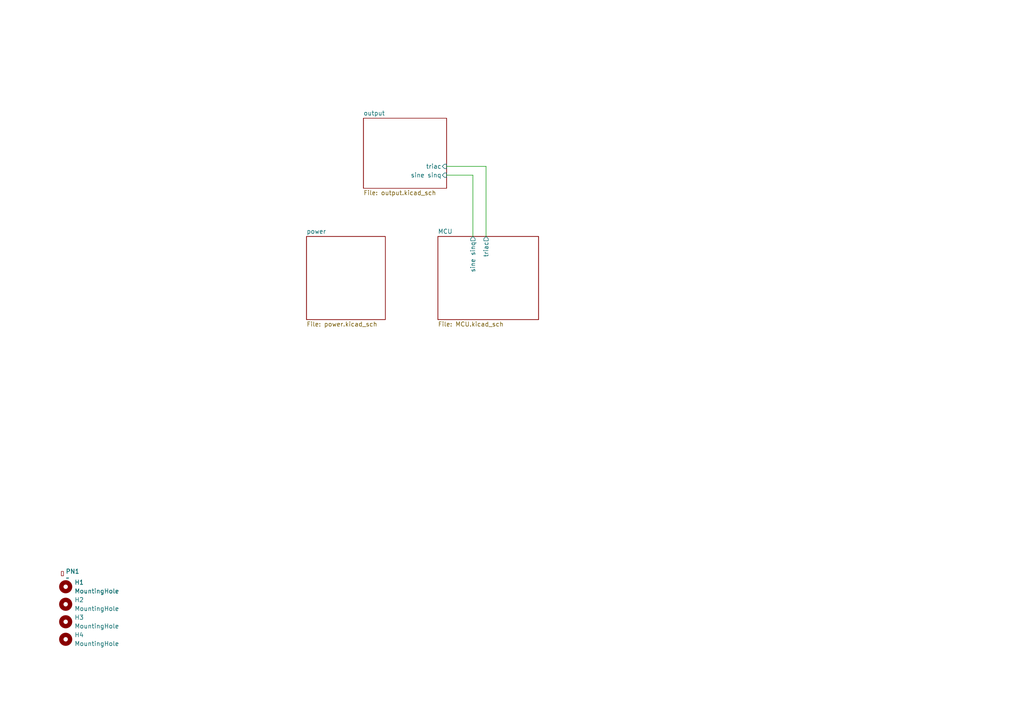
<source format=kicad_sch>
(kicad_sch (version 20250114) (generator "eeschema") (generator_version "9.0")
  (paper "A4")
  (title_block (title "air conditioner") (date "2025-07-06") (rev "0"))
  (lib_symbols
    (symbol "Mechanical:MountingHole" (pin_names (offset 1.016)) (in_bom no)
      (property "Reference" "H" (at 0 5.08 0))
      (property "Value" "MountingHole" (at 0 3.175 0))
      (symbol "MountingHole_0_1"
        (circle (center 0 0) (radius 1.27) (stroke (width 1.27)))
      )
    )
    (symbol "PCM_JLCPCB-Manufacturing:Part Number, PCM_JLCPCB, 0.8x0.15mm"
      (property "Reference" "PN" (at 2.286 0 0))
      (symbol "Part Number, PCM_JLCPCB, 0.8x0.15mm_0_1"
        (rectangle (start 0 0.635) (end 0.635 -0.635))
      )
    )
  )
  (wire (pts (xy 140.97 68.58) (xy 140.97 48.26)))
  (wire (pts (xy 137.16 68.58) (xy 137.16 50.8)))
  (wire (pts (xy 140.97 48.26) (xy 129.54 48.26)))
  (wire (pts (xy 137.16 50.8) (xy 129.54 50.8)))
  (symbol (lib_id "Mechanical:MountingHole") (at 19.05 170.18 0) (unit 1) (in_bom no)
    (property "Reference" "H1" (at 21.59 168.9099 0) (effects (justify left)))
    (property "Value" "MountingHole" (at 21.59 171.4499 0) (effects (justify left)))
    (property "Footprint" "MountingHole:MountingHole_3.2mm_M3_Pad_Via" (effects (hide yes)))
    (property "Description" "Mounting Hole without connection" (effects (hide yes)))
  )
  (symbol (lib_id "Mechanical:MountingHole") (at 19.05 180.34 0) (unit 1) (in_bom no)
    (property "Reference" "H3" (at 21.59 179.0699 0) (effects (justify left)))
    (property "Value" "MountingHole" (at 21.59 181.6099 0) (effects (justify left)))
    (property "Footprint" "MountingHole:MountingHole_3.2mm_M3_Pad_Via" (effects (hide yes)))
    (property "Description" "Mounting Hole without connection" (effects (hide yes)))
  )
  (symbol (lib_id "Mechanical:MountingHole") (at 19.05 175.26 0) (unit 1) (in_bom no)
    (property "Reference" "H2" (at 21.59 173.9899 0) (effects (justify left)))
    (property "Value" "MountingHole" (at 21.59 176.5299 0) (effects (justify left)))
    (property "Footprint" "MountingHole:MountingHole_3.2mm_M3_Pad_Via" (effects (hide yes)))
    (property "Description" "Mounting Hole without connection" (effects (hide yes)))
  )
  (symbol (lib_id "Mechanical:MountingHole") (at 19.05 185.42 0) (unit 1) (in_bom no)
    (property "Reference" "H4" (at 21.59 184.1499 0) (effects (justify left)))
    (property "Value" "MountingHole" (at 21.59 186.6899 0) (effects (justify left)))
    (property "Footprint" "MountingHole:MountingHole_3.2mm_M3_Pad_Via" (effects (hide yes)))
    (property "Description" "Mounting Hole without connection" (effects (hide yes)))
  )
  (symbol (lib_id "PCM_JLCPCB-Manufacturing:Part Number, PCM_JLCPCB, 0.8x0.15mm") (at 17.78 166.37 0) (unit 1)
    (property "Reference" "PN1" (at 19.05 165.7349 0) (effects (justify left)))
    (property "Value" "~" (at 19.05 167.64 0) (effects (justify left)))
    (property "Footprint" "PCM_JLCPCB:Part_Num_JLCPCB" (effects (hide yes)))
    (property "Datasheet" "https://jlcpcb.com/help/article/How-to-remove-order-number-from-your-PCB" (effects (hide yes)))
    (property "Description" "To indicate the location, simply add the text \"JLCJLCJLCJLC\" to the silk layer and select the \"Specify a location\" option when placing your order. Please note that if this option is not chosen, we may not notice that you have added the text.   Note: Use only \"JLCJLCJLCJLC\" without any additional characters. The font size should be larger than 0.8mm in height and 0.15mm in width." (effects (hide yes)))
  )
  (sheet (at 127 68.58) (size 29.21 24.13) (stroke (width 0.1524))
    (property "Sheetname" "MCU" (at 127 67.8684 0) (effects (justify left bottom)))
    (property "Sheetfile" "MCU.kicad_sch" (at 127 93.2946 0) (effects (justify left top)))
    (pin "sine sinq" output (at 137.16 68.58 90))
    (pin "triac" output (at 140.97 68.58 90))
  )
  (sheet (at 88.9 68.58) (size 22.86 24.13) (stroke (width 0.1524))
    (property "Sheetname" "power" (at 88.9 67.8684 0) (effects (justify left bottom)))
    (property "Sheetfile" "power.kicad_sch" (at 88.9 93.2946 0) (effects (justify left top)))
  )
  (sheet (at 105.41 34.29) (size 24.13 20.32) (stroke (width 0.1524))
    (property "Sheetname" "output" (at 105.41 33.5784 0) (effects (justify left bottom)))
    (property "Sheetfile" "output.kicad_sch" (at 105.41 55.1946 0) (effects (justify left top)))
    (pin "sine sinq" input (at 129.54 50.8 0))
    (pin "triac" input (at 129.54 48.26 0))
  )
)
</source>
